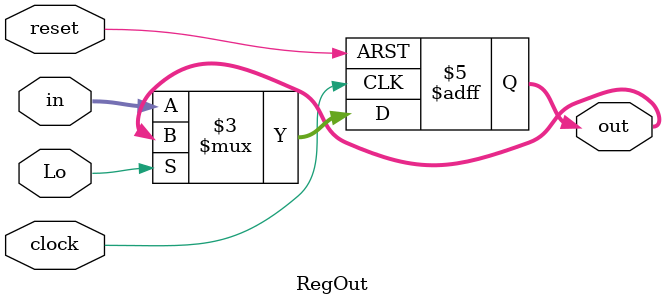
<source format=sv>

module RegOut(input clock, reset, Lo, input reg [7:0] in, output logic [7:0] out);

	always @(posedge clock or posedge reset) begin
                if (reset)
                  out = 8'hzz;
		else if(~Lo)
		  out <= in;
               
	end

endmodule 
</source>
